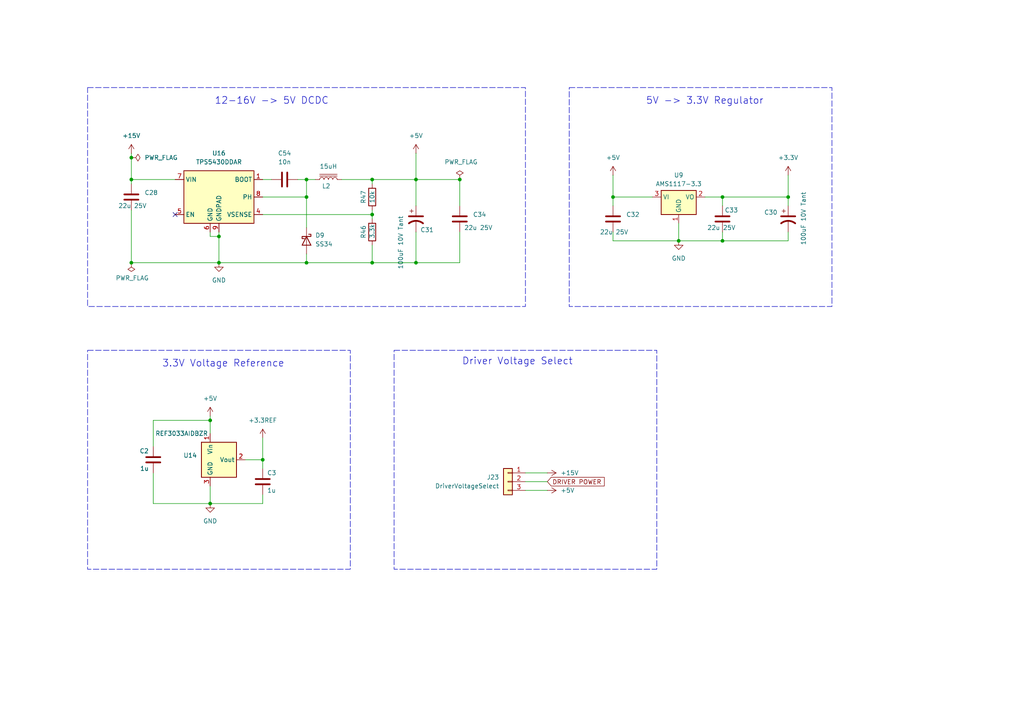
<source format=kicad_sch>
(kicad_sch (version 20231120) (generator "eeschema") (generator_version "8.0")
  (paper "A4")
  (lib_symbols
    (symbol "Connector_Generic:Conn_01x03" (pin_names (offset 1.016) hide)
      (property "Reference" "J" (at 0 5.08 0))
      (property "Value" "Conn_01x03" (at 0 -5.08 0))
      (symbol "Conn_01x03_1_1"
        (rectangle (start -1.27 -2.413) (end 0 -2.667) (stroke (width 0.1524)))
        (rectangle (start -1.27 0.127) (end 0 -0.127) (stroke (width 0.1524)))
        (rectangle (start -1.27 2.667) (end 0 2.413) (stroke (width 0.1524)))
        (rectangle (start -1.27 3.81) (end 1.27 -3.81) (stroke (width 0.254)) (fill (type background)))
        (pin passive line (at -5.08 2.54 0) (length 3.81) (name "Pin_1") (number "1"))
        (pin passive line (at -5.08 0 0) (length 3.81) (name "Pin_2") (number "2"))
        (pin passive line (at -5.08 -2.54 0) (length 3.81) (name "Pin_3") (number "3"))
      )
    )
    (symbol "Device:C" (pin_numbers hide) (pin_names (offset 0.254))
      (property "Reference" "C" (at 0.635 2.54 0))
      (property "Value" "C" (at 0.635 -2.54 0))
      (symbol "C_0_1"
        (polyline (pts (xy -2.032 -0.762) (xy 2.032 -0.762)) (stroke (width 0.508)))
        (polyline (pts (xy -2.032 0.762) (xy 2.032 0.762)) (stroke (width 0.508)))
      )
      (symbol "C_1_1"
        (pin passive line (at 0 3.81 270) (length 2.794) (name "~") (number "1"))
        (pin passive line (at 0 -3.81 90) (length 2.794) (name "~") (number "2"))
      )
    )
    (symbol "Device:C_Polarized_US" (pin_numbers hide) (pin_names (offset 0.254) hide)
      (property "Reference" "C" (at 0.635 2.54 0))
      (property "Value" "C_Polarized_US" (at 0.635 -2.54 0))
      (symbol "C_Polarized_US_0_1"
        (polyline (pts (xy -2.032 0.762) (xy 2.032 0.762)) (stroke (width 0.508)))
        (polyline (pts (xy -1.778 2.286) (xy -0.762 2.286)))
        (polyline (pts (xy -1.27 1.778) (xy -1.27 2.794)))
        (arc (start 2.032 -1.27) (mid 0 -0.5572) (end -2.032 -1.27) (stroke (width 0.508)))
      )
      (symbol "C_Polarized_US_1_1"
        (pin passive line (at 0 3.81 270) (length 2.794) (name "~") (number "1"))
        (pin passive line (at 0 -3.81 90) (length 3.302) (name "~") (number "2"))
      )
    )
    (symbol "Device:D_Schottky" (pin_numbers hide) (pin_names (offset 1.016) hide)
      (property "Reference" "D" (at 0 2.54 0))
      (property "Value" "D_Schottky" (at 0 -2.54 0))
      (symbol "D_Schottky_0_1"
        (polyline (pts (xy 1.27 0) (xy -1.27 0)))
        (polyline (pts (xy 1.27 1.27) (xy 1.27 -1.27) (xy -1.27 0) (xy 1.27 1.27)) (stroke (width 0.254)))
        (polyline (pts (xy -1.905 0.635) (xy -1.905 1.27) (xy -1.27 1.27) (xy -1.27 -1.27) (xy -0.635 -1.27) (xy -0.635 -0.635)) (stroke (width 0.254)))
      )
      (symbol "D_Schottky_1_1"
        (pin passive line (at -3.81 0 0) (length 2.54) (name "K") (number "1"))
        (pin passive line (at 3.81 0 180) (length 2.54) (name "A") (number "2"))
      )
    )
    (symbol "Device:L_Iron" (pin_numbers hide) (pin_names (offset 1.016) hide)
      (property "Reference" "L" (at -1.27 0 90))
      (property "Value" "L_Iron" (at 2.794 0 90))
      (symbol "L_Iron_0_1"
        (arc (start 0 -2.54) (mid 0.6323 -1.905) (end 0 -1.27))
        (arc (start 0 -1.27) (mid 0.6323 -0.635) (end 0 0))
        (polyline (pts (xy 1.016 2.54) (xy 1.016 -2.54)))
        (polyline (pts (xy 1.524 -2.54) (xy 1.524 2.54)))
        (arc (start 0 0) (mid 0.6323 0.635) (end 0 1.27))
        (arc (start 0 1.27) (mid 0.6323 1.905) (end 0 2.54))
      )
      (symbol "L_Iron_1_1"
        (pin passive line (at 0 3.81 270) (length 1.27) (name "1") (number "1"))
        (pin passive line (at 0 -3.81 90) (length 1.27) (name "2") (number "2"))
      )
    )
    (symbol "Device:R" (pin_numbers hide) (pin_names (offset 0))
      (property "Reference" "R" (at 2.032 0 90))
      (property "Value" "R" (at 0 0 90))
      (symbol "R_0_1"
        (rectangle (start -1.016 -2.54) (end 1.016 2.54) (stroke (width 0.254)))
      )
      (symbol "R_1_1"
        (pin passive line (at 0 3.81 270) (length 1.27) (name "~") (number "1"))
        (pin passive line (at 0 -3.81 90) (length 1.27) (name "~") (number "2"))
      )
    )
    (symbol "GigaVescSymbols:+3.3REF" (power) (pin_names (offset 0))
      (property "Value" "+3.3REF" (at 0 3.556 0))
      (symbol "+3.3REF_0_1"
        (polyline (pts (xy -0.762 1.27) (xy 0 2.54)))
        (polyline (pts (xy 0 0) (xy 0 2.54)))
        (polyline (pts (xy 0 2.54) (xy 0.762 1.27)))
      )
      (symbol "+3.3REF_1_1"
        (pin power_in line (at 0 0 90) (length 0) hide (name "+3.3REF") (number "1"))
      )
    )
    (symbol "Reference_Voltage:ISL21070CIH320Z-TK"
      (property "Reference" "U" (at -0.635 8.255 0))
      (property "Value" "ISL21070CIH320Z-TK" (at -1.905 6.35 0))
      (symbol "ISL21070CIH320Z-TK_0_1"
        (rectangle (start -5.08 5.08) (end 5.08 -5.08) (stroke (width 0.254)) (fill (type background)))
      )
      (symbol "ISL21070CIH320Z-TK_1_1"
        (pin power_in line (at -2.54 7.62 270) (length 2.54) (name "Vin") (number "1"))
        (pin power_out line (at 7.62 0 180) (length 2.54) (name "Vout") (number "2"))
        (pin power_in line (at -2.54 -7.62 90) (length 2.54) (name "GND") (number "3"))
      )
    )
    (symbol "Regulator_Linear:AMS1117-3.3"
      (property "Reference" "U" (at -3.81 3.175 0))
      (property "Value" "AMS1117-3.3" (at 0 3.175 0))
      (symbol "AMS1117-3.3_0_1"
        (rectangle (start -5.08 -5.08) (end 5.08 1.905) (stroke (width 0.254)) (fill (type background)))
      )
      (symbol "AMS1117-3.3_1_1"
        (pin power_in line (at 0 -7.62 90) (length 2.54) (name "GND") (number "1"))
        (pin power_out line (at 7.62 0 180) (length 2.54) (name "VO") (number "2"))
        (pin power_in line (at -7.62 0 0) (length 2.54) (name "VI") (number "3"))
      )
    )
    (symbol "Regulator_Switching:TPS5430DDA"
      (property "Reference" "U" (at -10.16 8.89 0))
      (property "Value" "TPS5430DDA" (at -1.27 8.89 0))
      (symbol "TPS5430DDA_0_1"
        (rectangle (start -10.16 7.62) (end 10.16 -7.62) (stroke (width 0.254)) (fill (type background)))
      )
      (symbol "TPS5430DDA_1_1"
        (pin input line (at 12.7 5.08 180) (length 2.54) (name "BOOT") (number "1"))
        (pin no_connect line (at -10.16 2.54 0) (length 2.54) hide (name "NC") (number "2"))
        (pin no_connect line (at -10.16 -2.54 0) (length 2.54) hide (name "NC") (number "3"))
        (pin input line (at 12.7 -5.08 180) (length 2.54) (name "VSENSE") (number "4"))
        (pin input line (at -12.7 -5.08 0) (length 2.54) (name "EN") (number "5"))
        (pin power_in line (at -2.54 -10.16 90) (length 2.54) (name "GND") (number "6"))
        (pin power_in line (at -12.7 5.08 0) (length 2.54) (name "VIN") (number "7"))
        (pin output line (at 12.7 0 180) (length 2.54) (name "PH") (number "8"))
        (pin power_in line (at 0 -10.16 90) (length 2.54) (name "GNDPAD") (number "9"))
      )
    )
    (symbol "power:+15V" (power) (pin_numbers hide) (pin_names (offset 0) hide)
      (property "Value" "+15V" (at 0 3.556 0))
      (symbol "+15V_0_1"
        (polyline (pts (xy -0.762 1.27) (xy 0 2.54)))
        (polyline (pts (xy 0 0) (xy 0 2.54)))
        (polyline (pts (xy 0 2.54) (xy 0.762 1.27)))
      )
      (symbol "+15V_1_1"
        (pin power_in line (at 0 0 90) (length 0) (name "~") (number "1"))
      )
    )
    (symbol "power:+3.3V" (power) (pin_numbers hide) (pin_names (offset 0) hide)
      (property "Value" "+3.3V" (at 0 3.556 0))
      (symbol "+3.3V_0_1"
        (polyline (pts (xy -0.762 1.27) (xy 0 2.54)))
        (polyline (pts (xy 0 0) (xy 0 2.54)))
        (polyline (pts (xy 0 2.54) (xy 0.762 1.27)))
      )
      (symbol "+3.3V_1_1"
        (pin power_in line (at 0 0 90) (length 0) (name "~") (number "1"))
      )
    )
    (symbol "power:+5V" (power) (pin_numbers hide) (pin_names (offset 0) hide)
      (property "Value" "+5V" (at 0 3.556 0))
      (symbol "+5V_0_1"
        (polyline (pts (xy -0.762 1.27) (xy 0 2.54)))
        (polyline (pts (xy 0 0) (xy 0 2.54)))
        (polyline (pts (xy 0 2.54) (xy 0.762 1.27)))
      )
      (symbol "+5V_1_1"
        (pin power_in line (at 0 0 90) (length 0) (name "~") (number "1"))
      )
    )
    (symbol "power:GND" (power) (pin_numbers hide) (pin_names (offset 0) hide)
      (property "Value" "GND" (at 0 -3.81 0))
      (symbol "GND_0_1"
        (polyline (pts (xy 0 0) (xy 0 -1.27) (xy 1.27 -1.27) (xy 0 -2.54) (xy -1.27 -1.27) (xy 0 -1.27)))
      )
      (symbol "GND_1_1"
        (pin power_in line (at 0 0 270) (length 0) (name "~") (number "1"))
      )
    )
    (symbol "power:PWR_FLAG" (power) (pin_numbers hide) (pin_names (offset 0) hide)
      (property "Value" "PWR_FLAG" (at 0 3.81 0))
      (symbol "PWR_FLAG_0_0"
        (pin power_out line (at 0 0 90) (length 0) (name "~") (number "1"))
      )
      (symbol "PWR_FLAG_0_1"
        (polyline (pts (xy 0 0) (xy 0 1.27) (xy -1.016 1.905) (xy 0 2.54) (xy 1.016 1.905) (xy 0 1.27)))
      )
    )
  )
  (junction (at 133.35 52.07))
  (junction (at 120.65 52.07))
  (junction (at 60.96 121.92))
  (junction (at 38.1 76.2))
  (junction (at 120.65 76.2))
  (junction (at 60.96 146.05))
  (junction (at 63.5 76.2))
  (junction (at 38.1 52.07))
  (junction (at 38.1 45.72))
  (junction (at 196.85 69.85))
  (junction (at 228.6 57.15))
  (junction (at 76.2 133.35))
  (junction (at 88.9 52.07))
  (junction (at 107.95 52.07))
  (junction (at 63.5 68.58))
  (junction (at 88.9 76.2))
  (junction (at 107.95 76.2))
  (junction (at 209.55 69.85))
  (junction (at 88.9 57.15))
  (junction (at 209.55 57.15))
  (junction (at 107.95 62.23))
  (junction (at 177.8 57.15))
  (no_connect (at 50.8 62.23))
  (wire (pts (xy 76.2 57.15) (xy 88.9 57.15)))
  (wire (pts (xy 228.6 67.31) (xy 228.6 69.85)))
  (wire (pts (xy 177.8 50.8) (xy 177.8 57.15)))
  (wire (pts (xy 76.2 62.23) (xy 107.95 62.23)))
  (wire (pts (xy 177.8 69.85) (xy 196.85 69.85)))
  (wire (pts (xy 44.45 121.92) (xy 60.96 121.92)))
  (wire (pts (xy 107.95 62.23) (xy 107.95 60.96)))
  (wire (pts (xy 196.85 64.77) (xy 196.85 69.85)))
  (wire (pts (xy 60.96 68.58) (xy 63.5 68.58)))
  (wire (pts (xy 76.2 127) (xy 76.2 133.35)))
  (wire (pts (xy 99.06 52.07) (xy 107.95 52.07)))
  (wire (pts (xy 120.65 59.69) (xy 120.65 52.07)))
  (wire (pts (xy 177.8 67.31) (xy 177.8 69.85)))
  (wire (pts (xy 38.1 60.96) (xy 38.1 76.2)))
  (wire (pts (xy 107.95 52.07) (xy 120.65 52.07)))
  (wire (pts (xy 228.6 59.69) (xy 228.6 57.15)))
  (wire (pts (xy 63.5 76.2) (xy 88.9 76.2)))
  (wire (pts (xy 107.95 76.2) (xy 107.95 71.12)))
  (wire (pts (xy 60.96 120.65) (xy 60.96 121.92)))
  (wire (pts (xy 50.8 52.07) (xy 38.1 52.07)))
  (wire (pts (xy 88.9 66.04) (xy 88.9 57.15)))
  (wire (pts (xy 196.85 69.85) (xy 209.55 69.85)))
  (wire (pts (xy 177.8 57.15) (xy 189.23 57.15)))
  (wire (pts (xy 38.1 44.45) (xy 38.1 45.72)))
  (wire (pts (xy 177.8 59.69) (xy 177.8 57.15)))
  (wire (pts (xy 120.65 44.45) (xy 120.65 52.07)))
  (wire (pts (xy 209.55 59.69) (xy 209.55 57.15)))
  (wire (pts (xy 120.65 52.07) (xy 133.35 52.07)))
  (wire (pts (xy 63.5 67.31) (xy 63.5 68.58)))
  (wire (pts (xy 209.55 69.85) (xy 228.6 69.85)))
  (wire (pts (xy 78.74 52.07) (xy 76.2 52.07)))
  (wire (pts (xy 88.9 73.66) (xy 88.9 76.2)))
  (wire (pts (xy 76.2 146.05) (xy 76.2 143.51)))
  (wire (pts (xy 60.96 146.05) (xy 76.2 146.05)))
  (wire (pts (xy 107.95 53.34) (xy 107.95 52.07)))
  (wire (pts (xy 88.9 76.2) (xy 107.95 76.2)))
  (wire (pts (xy 158.75 142.24) (xy 152.4 142.24)))
  (wire (pts (xy 44.45 121.92) (xy 44.45 129.54)))
  (wire (pts (xy 107.95 76.2) (xy 120.65 76.2)))
  (wire (pts (xy 88.9 52.07) (xy 91.44 52.07)))
  (wire (pts (xy 44.45 137.16) (xy 44.45 146.05)))
  (wire (pts (xy 133.35 67.31) (xy 133.35 76.2)))
  (wire (pts (xy 88.9 57.15) (xy 88.9 52.07)))
  (wire (pts (xy 38.1 53.34) (xy 38.1 52.07)))
  (wire (pts (xy 63.5 68.58) (xy 63.5 76.2)))
  (wire (pts (xy 209.55 67.31) (xy 209.55 69.85)))
  (wire (pts (xy 71.12 133.35) (xy 76.2 133.35)))
  (wire (pts (xy 60.96 67.31) (xy 60.96 68.58)))
  (wire (pts (xy 38.1 76.2) (xy 63.5 76.2)))
  (wire (pts (xy 60.96 146.05) (xy 60.96 140.97)))
  (wire (pts (xy 133.35 52.07) (xy 133.35 59.69)))
  (wire (pts (xy 44.45 146.05) (xy 60.96 146.05)))
  (wire (pts (xy 158.75 139.7) (xy 152.4 139.7)))
  (wire (pts (xy 60.96 121.92) (xy 60.96 125.73)))
  (wire (pts (xy 204.47 57.15) (xy 209.55 57.15)))
  (wire (pts (xy 38.1 45.72) (xy 38.1 52.07)))
  (wire (pts (xy 120.65 67.31) (xy 120.65 76.2)))
  (wire (pts (xy 76.2 135.89) (xy 76.2 133.35)))
  (wire (pts (xy 86.36 52.07) (xy 88.9 52.07)))
  (wire (pts (xy 158.75 137.16) (xy 152.4 137.16)))
  (wire (pts (xy 107.95 63.5) (xy 107.95 62.23)))
  (wire (pts (xy 228.6 57.15) (xy 228.6 50.8)))
  (wire (pts (xy 209.55 57.15) (xy 228.6 57.15)))
  (wire (pts (xy 133.35 76.2) (xy 120.65 76.2)))
  (rectangle (start 25.4 25.4) (end 152.4 88.9) (stroke (width 0) (type dash)))
  (rectangle (start 165.1 25.4) (end 241.3 88.9) (stroke (width 0) (type dash)))
  (rectangle (start 114.3 101.6) (end 190.5 165.1) (stroke (width 0) (type dash)))
  (rectangle (start 25.4 101.6) (end 101.6 165.1) (stroke (width 0) (type dash)))
  (text "Driver Voltage Select" (at 133.985 106.045 0) (effects (font (size 2 2)) (justify left bottom)))
  (text "3.3V Voltage Reference" (at 46.99 106.68 0) (effects (font (size 2 2)) (justify left bottom)))
  (text "12-16V -> 5V DCDC" (at 62.23 30.48 0) (effects (font (size 2 2)) (justify left bottom)))
  (text "5V -> 3.3V Regulator" (at 187.325 30.48 0) (effects (font (size 2 2)) (justify left bottom)))
  (global_label "DRIVER POWER" (shape input) (at 158.75 139.7 0) (property "Intersheetrefs" "${INTERSHEET_REFS}" (effects (hide yes))))
  (symbol (lib_id "Device:D_Schottky") (at 88.9 69.85 270) (unit 1)
    (property "Reference" "D9" (at 91.44 68.2625 90) (effects (justify left)))
    (property "Value" "SS34" (at 91.44 70.8025 90) (effects (justify left)))
    (property "Footprint" "Diode_SMD:D_SMA" (effects (hide yes)))
    (property "MPN" "C8678" (effects (hide yes)))
  )
  (symbol (lib_id "power:+5V") (at 158.75 142.24 270) (unit 1)
    (property "Reference" "#PWR0188" (effects (hide yes)))
    (property "Value" "+5V" (at 162.56 142.24 90) (effects (justify left)))
    (property "Description" "Power symbol creates a global label with name \"+5V\"" (effects (hide yes)))
  )
  (symbol (lib_id "Device:C") (at 209.55 63.5 0) (unit 1)
    (property "Reference" "C33" (at 210.185 60.96 0) (effects (justify left)))
    (property "Value" "22u 25V" (at 205.105 66.04 0) (effects (justify left)))
    (property "Footprint" "Capacitor_SMD:C_1206_3216Metric" (effects (hide yes)))
    (property "MPN" "C12891" (effects (hide yes)))
  )
  (symbol (lib_id "power:PWR_FLAG") (at 38.1 76.2 180) (unit 1)
    (property "Reference" "#FLG02" (effects (hide yes)))
    (property "Value" "PWR_FLAG" (at 43.18 80.645 0) (effects (justify left)))
    (property "Description" "Special symbol for telling ERC where power comes from" (effects (hide yes)))
  )
  (symbol (lib_id "power:GND") (at 196.85 69.85 0) (unit 1)
    (property "Reference" "#PWR076" (effects (hide yes)))
    (property "Value" "GND" (at 196.85 74.93 0))
    (property "Description" "Power symbol creates a global label with name \"GND\" , ground" (effects (hide yes)))
  )
  (symbol (lib_id "Device:C_Polarized_US") (at 228.6 63.5 0) (unit 1)
    (property "Reference" "C30" (at 221.615 61.595 0) (effects (justify left)))
    (property "Value" "100uF 10V Tant" (at 233.045 71.12 90) (effects (justify left)))
    (property "Footprint" "Capacitor_Tantalum_SMD:CP_EIA-6032-28_Kemet-C" (effects (hide yes)))
    (property "MPN" "C171664" (effects (hide yes)))
    (property "JLCRotOffset" "-180" (effects (hide yes)))
  )
  (symbol (lib_id "power:+15V") (at 158.75 137.16 270) (unit 1)
    (property "Reference" "#PWR0187" (effects (hide yes)))
    (property "Value" "+15V" (at 162.56 137.16 90) (effects (justify left)))
    (property "Description" "Power symbol creates a global label with name \"+15V\"" (effects (hide yes)))
  )
  (symbol (lib_id "Device:C") (at 82.55 52.07 270) (unit 1)
    (property "Reference" "C54" (at 82.55 44.45 90))
    (property "Value" "10n" (at 82.55 46.99 90))
    (property "Footprint" "GigaVescLibs:C_0603_1608Metric_L" (effects (hide yes)))
    (property "MPN" "C57112" (effects (hide yes)))
  )
  (symbol (lib_id "power:GND") (at 60.96 146.05 0) (unit 1)
    (property "Reference" "#PWR015" (effects (hide yes)))
    (property "Value" "GND" (at 60.96 151.13 0))
    (property "Description" "Power symbol creates a global label with name \"GND\" , ground" (effects (hide yes)))
  )
  (symbol (lib_id "Device:C") (at 44.45 133.35 0) (unit 1)
    (property "Reference" "C2" (at 43.18 130.81 0) (effects (justify right)))
    (property "Value" "1u" (at 43.18 135.89 0) (effects (justify right)))
    (property "Footprint" "GigaVescLibs:C_0603_1608Metric_L" (effects (hide yes)))
    (property "MPN" "C15849" (effects (hide yes)))
  )
  (symbol (lib_id "power:+5V") (at 60.96 120.65 0) (unit 1)
    (property "Reference" "#PWR014" (effects (hide yes)))
    (property "Value" "+5V" (at 60.96 115.57 0))
    (property "Description" "Power symbol creates a global label with name \"+5V\"" (effects (hide yes)))
  )
  (symbol (lib_id "power:+3.3V") (at 228.6 50.8 0) (unit 1)
    (property "Reference" "#PWR078" (effects (hide yes)))
    (property "Value" "+3.3V" (at 228.6 45.72 0))
    (property "Description" "Power symbol creates a global label with name \"+3.3V\"" (effects (hide yes)))
  )
  (symbol (lib_id "power:+5V") (at 177.8 50.8 0) (unit 1)
    (property "Reference" "#PWR074" (effects (hide yes)))
    (property "Value" "+5V" (at 177.8 45.72 0))
    (property "Description" "Power symbol creates a global label with name \"+5V\"" (effects (hide yes)))
  )
  (symbol (lib_id "Regulator_Linear:AMS1117-3.3") (at 196.85 57.15 0) (unit 1)
    (property "Reference" "U9" (at 196.85 50.8 0))
    (property "Value" "AMS1117-3.3" (at 196.85 53.34 0))
    (property "Footprint" "Package_TO_SOT_SMD:SOT-223-3_TabPin2" (effects (hide yes)))
    (property "Datasheet" "http://www.advanced-monolithic.com/pdf/ds1117.pdf" (effects (hide yes)))
    (property "MPN" "C6186" (effects (hide yes)))
    (property "JLCRotOffset" "0" (effects (hide yes)))
  )
  (symbol (lib_id "Device:C") (at 133.35 63.5 0) (unit 1)
    (property "Reference" "C34" (at 137.16 62.23 0) (effects (justify left)))
    (property "Value" "22u 25V" (at 134.62 66.04 0) (effects (justify left)))
    (property "Footprint" "Capacitor_SMD:C_1206_3216Metric" (effects (hide yes)))
    (property "MPN" "C12891" (effects (hide yes)))
  )
  (symbol (lib_id "Regulator_Switching:TPS5430DDA") (at 63.5 57.15 0) (unit 1)
    (property "Reference" "U16" (at 63.5 44.45 0))
    (property "Value" "TPS5430DDAR" (at 63.5 46.99 0))
    (property "Footprint" "Package_SO:TI_SO-PowerPAD-8_ThermalVias" (effects (hide yes)))
    (property "Datasheet" "http://www.ti.com/lit/ds/symlink/tps5430.pdf" (effects (hide yes)))
    (property "MPN" "C9864" (effects (hide yes)))
  )
  (symbol (lib_id "Device:C") (at 38.1 57.15 0) (unit 1)
    (property "Reference" "C28" (at 41.91 55.88 0) (effects (justify left)))
    (property "Value" "22u 25V" (at 34.29 59.69 0) (effects (justify left)))
    (property "Footprint" "Capacitor_SMD:C_1206_3216Metric" (effects (hide yes)))
    (property "MPN" "C12891" (effects (hide yes)))
  )
  (symbol (lib_id "GigaVescSymbols:+3.3REF") (at 76.2 127 0) (unit 1)
    (property "Reference" "#PWR0198" (effects (hide yes)))
    (property "Value" "+3.3REF" (at 76.2 121.92 0))
  )
  (symbol (lib_id "power:PWR_FLAG") (at 38.1 45.72 270) (unit 1)
    (property "Reference" "#FLG01" (effects (hide yes)))
    (property "Value" "PWR_FLAG" (at 41.91 45.7199 90) (effects (justify left)))
    (property "Description" "Special symbol for telling ERC where power comes from" (effects (hide yes)))
  )
  (symbol (lib_id "Connector_Generic:Conn_01x03") (at 147.32 139.7 0) (mirror y) (unit 1)
    (property "Reference" "J23" (at 144.78 138.4299 0) (effects (justify left)))
    (property "Value" "DriverVoltageSelect" (at 144.78 140.9699 0) (effects (justify left)))
    (property "Footprint" "Connector_PinHeader_2.54mm:PinHeader_1x03_P2.54mm_Vertical" (effects (hide yes)))
    (property "Description" "Generic connector, single row, 01x03, script generated (kicad-library-utils/schlib/autogen/connector/)" (effects (hide yes)))
    (property "MPN" "C2937625" (effects (hide yes)))
    (property "JLCRotOffset" "-90" (effects (hide yes)))
    (property "JLCPosOffset" "2.54,0" (effects (hide yes)))
  )
  (symbol (lib_id "Device:R") (at 107.95 67.31 0) (unit 1)
    (property "Reference" "R46" (at 105.41 69.215 90) (effects (justify left)))
    (property "Value" "3.3k" (at 107.95 69.215 90) (effects (justify left)))
    (property "Footprint" "Resistor_SMD:R_0603_1608Metric" (effects (hide yes)))
    (property "MPN" "C22978" (effects (hide yes)))
  )
  (symbol (lib_id "Device:C") (at 177.8 63.5 0) (unit 1)
    (property "Reference" "C32" (at 181.61 62.23 0) (effects (justify left)))
    (property "Value" "22u 25V" (at 173.99 67.31 0) (effects (justify left)))
    (property "Footprint" "Capacitor_SMD:C_1206_3216Metric" (effects (hide yes)))
    (property "MPN" "C12891" (effects (hide yes)))
  )
  (symbol (lib_id "Device:C_Polarized_US") (at 120.65 63.5 0) (unit 1)
    (property "Reference" "C31" (at 121.92 66.675 0) (effects (justify left)))
    (property "Value" "100uF 10V Tant" (at 116.205 78.105 90) (effects (justify left)))
    (property "Footprint" "Capacitor_Tantalum_SMD:CP_EIA-6032-28_Kemet-C" (effects (hide yes)))
    (property "MPN" "C171664" (effects (hide yes)))
    (property "JLCRotOffset" "-180" (effects (hide yes)))
  )
  (symbol (lib_id "power:+15V") (at 38.1 44.45 0) (unit 1)
    (property "Reference" "#PWR072" (effects (hide yes)))
    (property "Value" "+15V" (at 38.1 39.37 0))
    (property "Description" "Power symbol creates a global label with name \"+15V\"" (effects (hide yes)))
  )
  (symbol (lib_id "Reference_Voltage:ISL21070CIH320Z-TK") (at 63.5 133.35 0) (unit 1)
    (property "Reference" "U14" (at 57.15 132.08 0) (effects (justify right)))
    (property "Value" "REF3033AIDBZR" (at 60.325 125.73 0) (effects (justify right)))
    (property "Footprint" "Package_TO_SOT_SMD:SOT-23" (effects (hide yes)))
    (property "Datasheet" "http://www.intersil.com/content/dam/Intersil/documents/fn75/fn7599.pdf" (effects (hide yes)))
    (property "MPN" "C36658" (effects (hide yes)))
    (property "JLCRotOffset" "0" (effects (hide yes)))
  )
  (symbol (lib_id "power:PWR_FLAG") (at 133.35 52.07 0) (unit 1)
    (property "Reference" "#FLG03" (effects (hide yes)))
    (property "Value" "PWR_FLAG" (at 128.905 46.99 0) (effects (justify left)))
    (property "Description" "Special symbol for telling ERC where power comes from" (effects (hide yes)))
  )
  (symbol (lib_id "power:+5V") (at 120.65 44.45 0) (unit 1)
    (property "Reference" "#PWR071" (effects (hide yes)))
    (property "Value" "+5V" (at 120.65 39.37 0))
    (property "Description" "Power symbol creates a global label with name \"+5V\"" (effects (hide yes)))
  )
  (symbol (lib_id "Device:R") (at 107.95 57.15 180) (unit 1)
    (property "Reference" "R47" (at 105.41 57.15 90))
    (property "Value" "10k" (at 107.95 57.15 90))
    (property "Footprint" "Resistor_SMD:R_0603_1608Metric" (effects (hide yes)))
    (property "MPN" "C25804" (effects (hide yes)))
  )
  (symbol (lib_id "power:GND") (at 63.5 76.2 0) (unit 1)
    (property "Reference" "#PWR0146" (effects (hide yes)))
    (property "Value" "GND" (at 63.5 81.28 0))
    (property "Description" "Power symbol creates a global label with name \"GND\" , ground" (effects (hide yes)))
  )
  (symbol (lib_id "Device:L_Iron") (at 95.25 52.07 90) (unit 1)
    (property "Reference" "L2" (at 94.615 53.975 90))
    (property "Value" "15uH" (at 95.25 48.26 90))
    (property "Footprint" "Inductor_SMD:L_Bourns_SRP7028A_7.3x6.6mm" (effects (hide yes)))
    (property "MPN" "C177243" (effects (hide yes)))
  )
  (symbol (lib_id "Device:C") (at 76.2 139.7 0) (unit 1)
    (property "Reference" "C3" (at 77.47 137.16 0) (effects (justify left)))
    (property "Value" "1u" (at 77.47 142.24 0) (effects (justify left)))
    (property "Footprint" "GigaVescLibs:C_0603_1608Metric_L" (effects (hide yes)))
    (property "MPN" "C15849" (effects (hide yes)))
  )
)
</source>
